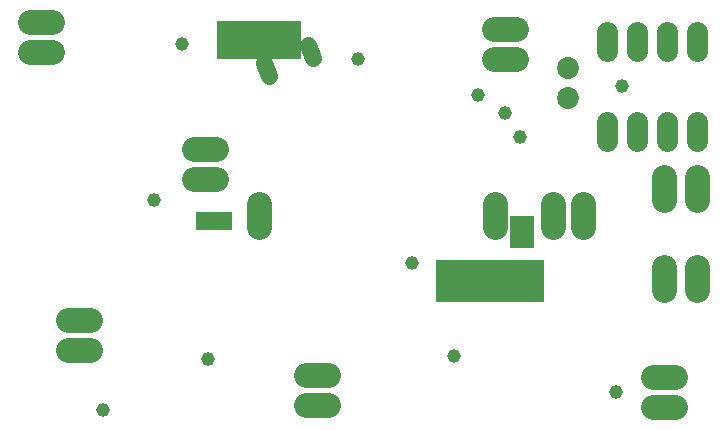
<source format=gbs>
G75*
G70*
%OFA0B0*%
%FSLAX24Y24*%
%IPPOS*%
%LPD*%
%AMOC8*
5,1,8,0,0,1.08239X$1,22.5*
%
%ADD10R,0.3600X0.1400*%
%ADD11R,0.0800X0.1100*%
%ADD12R,0.1200X0.0600*%
%ADD13R,0.2800X0.1300*%
%ADD14C,0.0710*%
%ADD15C,0.0820*%
%ADD16C,0.0552*%
%ADD17C,0.0730*%
%ADD18C,0.0845*%
%ADD19C,0.0460*%
D10*
X017162Y005562D03*
D11*
X018222Y007222D03*
D12*
X007962Y007562D03*
D13*
X009462Y013612D03*
D14*
X021062Y013877D02*
X021062Y013247D01*
X022062Y013247D02*
X022062Y013877D01*
X023062Y013877D02*
X023062Y013247D01*
X024062Y013247D02*
X024062Y013877D01*
X024062Y010877D02*
X024062Y010247D01*
X023062Y010247D02*
X023062Y010877D01*
X022062Y010877D02*
X022062Y010247D01*
X021062Y010247D02*
X021062Y010877D01*
D15*
X022962Y009032D02*
X022962Y008292D01*
X024062Y008292D02*
X024062Y009032D01*
X020262Y008132D02*
X020262Y007392D01*
X019262Y007392D02*
X019262Y008132D01*
X022962Y006032D02*
X022962Y005292D01*
X024062Y005292D02*
X024062Y006032D01*
X023332Y002362D02*
X022592Y002362D01*
X022592Y001362D02*
X023332Y001362D01*
X011752Y001442D02*
X011012Y001442D01*
X011012Y002442D02*
X011752Y002442D01*
X003832Y003262D02*
X003092Y003262D01*
X003092Y004262D02*
X003832Y004262D01*
X007292Y008962D02*
X008032Y008962D01*
X008032Y009962D02*
X007292Y009962D01*
X002552Y013202D02*
X001812Y013202D01*
X001812Y014202D02*
X002552Y014202D01*
X017292Y013962D02*
X018032Y013962D01*
X018032Y012962D02*
X017292Y012962D01*
D16*
X011261Y012998D02*
X011084Y013436D01*
X009624Y012846D02*
X009800Y012408D01*
D17*
X019762Y012662D03*
X019762Y011662D03*
D18*
X017336Y008145D02*
X017336Y007380D01*
X009462Y007380D02*
X009462Y008145D01*
D19*
X004242Y001262D03*
X007762Y002962D03*
X014562Y006162D03*
X015962Y003062D03*
X021362Y001862D03*
X018162Y010362D03*
X017662Y011162D03*
X016762Y011762D03*
X012762Y012962D03*
X006882Y013482D03*
X005962Y008282D03*
X021562Y012062D03*
M02*

</source>
